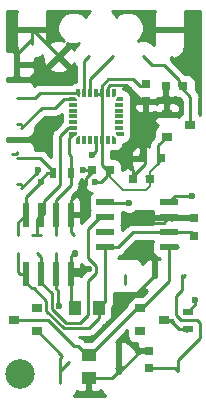
<source format=gtl>
G04 #@! TF.GenerationSoftware,KiCad,Pcbnew,(2018-02-16 revision c95340fba)-makepkg*
G04 #@! TF.CreationDate,2018-05-25T21:01:48+02:00*
G04 #@! TF.ProjectId,LIN_USB_CONVERTER,4C494E5F5553425F434F4E5645525445,rev?*
G04 #@! TF.SameCoordinates,PX85b9e30PY4aad300*
G04 #@! TF.FileFunction,Copper,L1,Top,Signal*
G04 #@! TF.FilePolarity,Positive*
%FSLAX46Y46*%
G04 Gerber Fmt 4.6, Leading zero omitted, Abs format (unit mm)*
G04 Created by KiCad (PCBNEW (2018-02-16 revision c95340fba)-makepkg) date 05/25/18 21:01:48*
%MOMM*%
%LPD*%
G01*
G04 APERTURE LIST*
%ADD10R,1.250000X1.000000*%
%ADD11R,0.508000X2.000000*%
%ADD12R,0.500000X0.900000*%
%ADD13R,0.900000X0.800000*%
%ADD14R,0.700000X0.300000*%
%ADD15R,0.300000X0.700000*%
%ADD16C,0.212000*%
%ADD17C,0.100000*%
%ADD18R,0.150000X0.150000*%
%ADD19R,0.500000X0.300000*%
%ADD20R,0.300000X0.500000*%
%ADD21C,2.500000*%
%ADD22R,0.750000X0.800000*%
%ADD23R,0.900000X0.500000*%
%ADD24R,1.000000X1.250000*%
%ADD25R,1.550000X0.600000*%
%ADD26R,0.800000X0.750000*%
%ADD27C,0.600000*%
%ADD28C,0.250000*%
%ADD29C,0.200000*%
%ADD30C,0.254000*%
G04 APERTURE END LIST*
D10*
X7620000Y-29835600D03*
X7620000Y-31835600D03*
D11*
X2311400Y-17972400D03*
X3581400Y-17972400D03*
X4851400Y-17972400D03*
X6121400Y-17972400D03*
X6121400Y-22972400D03*
X4851400Y-22972400D03*
X3581400Y-22972400D03*
X2311400Y-22972400D03*
D12*
X6084000Y-14478000D03*
X4584000Y-14478000D03*
D13*
X14240000Y-9464000D03*
X14240000Y-11364000D03*
X16240000Y-10414000D03*
D14*
X6310000Y-8660000D03*
D15*
X7260000Y-7710000D03*
X9260000Y-7710000D03*
D14*
X10210000Y-8660000D03*
X6310000Y-10660000D03*
X10210000Y-10160000D03*
D15*
X8760000Y-11610000D03*
X7760000Y-11610000D03*
D16*
X9762920Y-7857080D03*
D17*
G36*
X9912827Y-7857080D02*
X9762920Y-8006987D01*
X9613013Y-7857080D01*
X9762920Y-7707173D01*
X9912827Y-7857080D01*
X9912827Y-7857080D01*
G37*
D16*
X9768000Y-11462920D03*
D17*
G36*
X9917907Y-11462920D02*
X9768000Y-11612827D01*
X9618093Y-11462920D01*
X9768000Y-11313013D01*
X9917907Y-11462920D01*
X9917907Y-11462920D01*
G37*
D16*
X6752000Y-7862160D03*
D17*
G36*
X6901907Y-7862160D02*
X6752000Y-8012067D01*
X6602093Y-7862160D01*
X6752000Y-7712253D01*
X6901907Y-7862160D01*
X6901907Y-7862160D01*
G37*
D16*
X6751240Y-11458320D03*
D17*
G36*
X6901147Y-11458320D02*
X6751240Y-11608227D01*
X6601333Y-11458320D01*
X6751240Y-11308413D01*
X6901147Y-11458320D01*
X6901147Y-11458320D01*
G37*
D16*
X10062920Y-8157080D03*
D17*
G36*
X10212827Y-8157080D02*
X10062920Y-8306987D01*
X9913013Y-8157080D01*
X10062920Y-8007173D01*
X10212827Y-8157080D01*
X10212827Y-8157080D01*
G37*
D16*
X10068000Y-11168000D03*
D17*
G36*
X10217907Y-11168000D02*
X10068000Y-11317907D01*
X9918093Y-11168000D01*
X10068000Y-11018093D01*
X10217907Y-11168000D01*
X10217907Y-11168000D01*
G37*
D16*
X6462160Y-8157080D03*
D17*
G36*
X6612067Y-8157080D02*
X6462160Y-8306987D01*
X6312253Y-8157080D01*
X6462160Y-8007173D01*
X6612067Y-8157080D01*
X6612067Y-8157080D01*
G37*
D16*
X6451520Y-11163680D03*
D17*
G36*
X6601427Y-11163680D02*
X6451520Y-11313587D01*
X6301613Y-11163680D01*
X6451520Y-11013773D01*
X6601427Y-11163680D01*
X6601427Y-11163680D01*
G37*
D18*
X6527720Y-11087920D03*
X6537160Y-8232080D03*
X6827000Y-7937160D03*
X9687920Y-7932080D03*
X9987920Y-8232080D03*
X9993000Y-11093000D03*
X9693000Y-11387920D03*
X6827440Y-11382120D03*
D19*
X6202600Y-11163680D03*
D14*
X6310000Y-10160000D03*
X6310000Y-9660000D03*
X6310000Y-9160000D03*
D19*
X6212760Y-8157080D03*
D20*
X6751240Y-7607680D03*
D15*
X7760000Y-7710000D03*
X8260000Y-7710000D03*
X8760000Y-7710000D03*
D20*
X9763680Y-7607680D03*
D19*
X10312320Y-8156320D03*
D14*
X10210000Y-9160000D03*
X10210000Y-9660000D03*
X10210000Y-10660000D03*
D19*
X10317400Y-11168760D03*
D20*
X9768000Y-11712320D03*
D15*
X9260000Y-11610000D03*
X8260000Y-11610000D03*
X7260000Y-11610000D03*
D20*
X6752000Y-11709040D03*
D21*
X1778000Y-31496000D03*
D22*
X12700000Y-29476000D03*
X12700000Y-30976000D03*
D23*
X16002000Y-26174000D03*
X16002000Y-27674000D03*
D13*
X3270000Y-27808000D03*
X3270000Y-25908000D03*
X1270000Y-26858000D03*
X11970000Y-25908000D03*
X11970000Y-27808000D03*
X13970000Y-26858000D03*
D24*
X8467600Y-25857200D03*
X6467600Y-25857200D03*
D25*
X9034800Y-20751800D03*
X9034800Y-19481800D03*
X9034800Y-18211800D03*
X9034800Y-16941800D03*
X14434800Y-16941800D03*
X14434800Y-18211800D03*
X14434800Y-19481800D03*
X14434800Y-20751800D03*
D22*
X16501200Y-18249200D03*
X16501200Y-19749200D03*
D26*
X12831600Y-14986000D03*
X11331600Y-14986000D03*
X15634400Y-7112000D03*
X14134400Y-7112000D03*
X12204000Y-13208000D03*
X13704000Y-13208000D03*
D22*
X12446000Y-8370000D03*
X12446000Y-6870000D03*
D26*
X7886000Y-14224000D03*
X9386000Y-14224000D03*
D27*
X11938000Y-10414000D03*
X3810000Y-10160000D03*
X7112000Y-14224000D03*
X10820400Y-13309600D03*
X3556000Y-15240000D03*
X8128000Y-15240000D03*
X7874000Y-12954000D03*
X3302000Y-14224000D03*
X7620000Y-22606000D03*
X7518400Y-28549600D03*
X12090400Y-18643600D03*
X16357600Y-16408400D03*
X16611600Y-25196800D03*
X11023600Y-16967200D03*
X5135647Y-25699953D03*
D28*
X6121400Y-16722400D02*
X7366000Y-15477800D01*
X6121400Y-17972400D02*
X6121400Y-16722400D01*
X7366000Y-15477800D02*
X7366000Y-14894000D01*
X6121400Y-17972400D02*
X6121400Y-19431000D01*
X6121400Y-19431000D02*
X6400800Y-19710400D01*
X12446000Y-10414000D02*
X11938000Y-10414000D01*
X13396000Y-9464000D02*
X12446000Y-10414000D01*
X14240000Y-9464000D02*
X13396000Y-9464000D01*
X12446000Y-8170000D02*
X11946000Y-8170000D01*
X11946000Y-8170000D02*
X10761000Y-6985000D01*
X9449998Y-6985000D02*
X9260000Y-7174998D01*
X10761000Y-6985000D02*
X9449998Y-6985000D01*
X9260000Y-7174998D02*
X9260000Y-7235000D01*
X9260000Y-7235000D02*
X9260000Y-7760000D01*
X8086000Y-14224000D02*
X7112000Y-14224000D01*
X11388000Y-14732000D02*
X11388000Y-14232000D01*
X11388000Y-14232000D02*
X10922000Y-13766000D01*
X8086000Y-14224000D02*
X8036000Y-14224000D01*
X8036000Y-14224000D02*
X7366000Y-14894000D01*
X11338000Y-14732000D02*
X11388000Y-14732000D01*
X12404000Y-13208000D02*
X12404000Y-13716000D01*
X12404000Y-13716000D02*
X11388000Y-14732000D01*
X14240000Y-9464000D02*
X13540000Y-9464000D01*
X13540000Y-9464000D02*
X12404000Y-10600000D01*
X12404000Y-10600000D02*
X12404000Y-12708000D01*
X12404000Y-12708000D02*
X12404000Y-13208000D01*
X2794000Y-2286000D02*
X2794000Y-3486000D01*
X2794000Y-3130400D02*
X1524000Y-4400400D01*
X1524000Y-4400400D02*
X1524000Y-4482400D01*
X1524000Y-4482400D02*
X1524000Y-5232400D01*
X5080860Y-4574120D02*
X2794000Y-2287260D01*
X2794000Y-2287260D02*
X2794000Y-2286000D01*
D29*
X12831600Y-14337600D02*
X13758000Y-13411200D01*
X12831600Y-14986000D02*
X12831600Y-14337600D01*
X13758000Y-13411200D02*
X13758000Y-13262000D01*
X13758000Y-13262000D02*
X13704000Y-13208000D01*
X10487400Y-15900400D02*
X9386000Y-14799000D01*
X12492200Y-15900400D02*
X10487400Y-15900400D01*
X9386000Y-14799000D02*
X9386000Y-14224000D01*
X12831600Y-14986000D02*
X12831600Y-15561000D01*
X12831600Y-15561000D02*
X12492200Y-15900400D01*
X13504000Y-13716000D02*
X13504000Y-13408000D01*
X13504000Y-13408000D02*
X13704000Y-13208000D01*
D28*
X12488000Y-14732000D02*
X12548002Y-14732000D01*
X14240000Y-11364000D02*
X13504000Y-12100000D01*
X13504000Y-12100000D02*
X13504000Y-13716000D01*
X9624798Y-14224000D02*
X9186000Y-14224000D01*
X1676400Y-19722400D02*
X1676400Y-18607400D01*
X1676400Y-18607400D02*
X2311400Y-17972400D01*
X2311400Y-17972400D02*
X2311400Y-16484600D01*
X2311400Y-16484600D02*
X3556000Y-15240000D01*
X8636000Y-15240000D02*
X8128000Y-15240000D01*
X1524000Y-13208000D02*
X3514000Y-13208000D01*
X3514000Y-13208000D02*
X4584000Y-14278000D01*
X4584000Y-14278000D02*
X4584000Y-14478000D01*
X4584000Y-14478000D02*
X4084000Y-14478000D01*
X4084000Y-14478000D02*
X3556000Y-15006000D01*
X1524000Y-12664400D02*
X1524000Y-12852400D01*
X9186000Y-14224000D02*
X9186000Y-14690000D01*
X9186000Y-14690000D02*
X8636000Y-15240000D01*
X8760000Y-11560000D02*
X8760000Y-11035000D01*
X8760000Y-11035000D02*
X8760000Y-7760000D01*
X11396000Y-6520000D02*
X11946000Y-7070000D01*
X9278587Y-6520000D02*
X11396000Y-6520000D01*
X8760000Y-7760000D02*
X8760000Y-7038587D01*
X11946000Y-7070000D02*
X12446000Y-7070000D01*
X8760000Y-7038587D02*
X9278587Y-6520000D01*
X8260000Y-7760000D02*
X8760000Y-7760000D01*
X8760000Y-11560000D02*
X8760000Y-13798000D01*
X8760000Y-13798000D02*
X9186000Y-14224000D01*
X1524000Y-12852400D02*
X1124000Y-12852400D01*
X1524000Y-10312400D02*
X1924000Y-10312400D01*
X1924000Y-10668000D02*
X3638999Y-8953001D01*
X3638999Y-8953001D02*
X4762999Y-8953001D01*
X4762999Y-8953001D02*
X5556000Y-8160000D01*
X5556000Y-8160000D02*
X6260000Y-8160000D01*
D29*
X6751240Y-7607680D02*
X6751240Y-7861400D01*
X6751240Y-7861400D02*
X6752000Y-7862160D01*
D28*
X6751240Y-7607680D02*
X6751240Y-7710558D01*
X1524000Y-8128000D02*
X3048000Y-8128000D01*
X3048000Y-8128000D02*
X3516000Y-7660000D01*
X3516000Y-7660000D02*
X6760000Y-7660000D01*
X5209010Y-11285990D02*
X5835000Y-10660000D01*
X3581400Y-17226400D02*
X3810000Y-16997800D01*
X5209010Y-15432490D02*
X5209010Y-11285990D01*
X3810000Y-16831500D02*
X5209010Y-15432490D01*
X3810000Y-16997800D02*
X3810000Y-16831500D01*
X3581400Y-17972400D02*
X3581400Y-17226400D01*
X5835000Y-10660000D02*
X6360000Y-10660000D01*
X3251200Y-19722400D02*
X3251200Y-18302600D01*
X3251200Y-18302600D02*
X3581400Y-17972400D01*
X2844800Y-19722400D02*
X3544800Y-19722400D01*
X3860800Y-17932400D02*
X3860800Y-17043400D01*
X3860800Y-17043400D02*
X3860800Y-17360900D01*
D29*
X6202600Y-11163680D02*
X6451960Y-11163680D01*
X6451960Y-11163680D02*
X6505639Y-11110001D01*
D28*
X4851400Y-16722400D02*
X6084000Y-15489800D01*
X4851400Y-17972400D02*
X4851400Y-16722400D01*
X6084000Y-15489800D02*
X6084000Y-15178000D01*
X6084000Y-15178000D02*
X6084000Y-14478000D01*
X4876800Y-19722400D02*
X4876800Y-17997800D01*
X4876800Y-17997800D02*
X4851400Y-17972400D01*
X6202600Y-11163680D02*
X6427439Y-11163680D01*
X4876800Y-19583400D02*
X4876800Y-19722400D01*
X6202600Y-11163680D02*
X6436338Y-11163680D01*
X6084000Y-14478000D02*
X6084000Y-12966000D01*
X6084000Y-12966000D02*
X5969000Y-12851000D01*
X5969000Y-12851000D02*
X5969000Y-11451000D01*
X5969000Y-11451000D02*
X6260000Y-11160000D01*
X6096000Y-14490000D02*
X6084000Y-14478000D01*
X7874000Y-12954000D02*
X8260000Y-12568000D01*
X8260000Y-12568000D02*
X8260000Y-11560000D01*
X3302000Y-14370000D02*
X3302000Y-14224000D01*
X1924000Y-15748000D02*
X3302000Y-14370000D01*
X1524000Y-15392400D02*
X1924000Y-15392400D01*
X8260000Y-11560000D02*
X8260000Y-12085000D01*
X12192860Y-4574120D02*
X12943429Y-5324689D01*
X15282000Y-7112000D02*
X15282000Y-6612000D01*
X15282000Y-6612000D02*
X13994689Y-5324689D01*
X13994689Y-5324689D02*
X12943429Y-5324689D01*
X16240000Y-10414000D02*
X16240000Y-8020000D01*
X16240000Y-8020000D02*
X15332000Y-7112000D01*
X15332000Y-7112000D02*
X15282000Y-7112000D01*
D29*
X14434800Y-18211800D02*
X16463800Y-18211800D01*
X16463800Y-18211800D02*
X16501200Y-18249200D01*
D28*
X7620000Y-22606000D02*
X6487800Y-22606000D01*
X6487800Y-22606000D02*
X6121400Y-22972400D01*
X7569200Y-28498800D02*
X7518400Y-28549600D01*
X7823200Y-28498800D02*
X7569200Y-28498800D01*
X13208000Y-23114000D02*
X7823200Y-28498800D01*
X12090400Y-18643600D02*
X14003000Y-18643600D01*
X14003000Y-18643600D02*
X14434800Y-18211800D01*
X14672200Y-18449200D02*
X14434800Y-18211800D01*
X6121400Y-22972400D02*
X6121400Y-25511000D01*
X6121400Y-25511000D02*
X6467600Y-25857200D01*
X6121400Y-22972400D02*
X6121400Y-21489800D01*
X6121400Y-21489800D02*
X6400800Y-21210400D01*
X7620000Y-31835600D02*
X9566400Y-31835600D01*
X9566400Y-31835600D02*
X10160000Y-31242000D01*
X16357600Y-16408400D02*
X14968200Y-16408400D01*
X14968200Y-16408400D02*
X14434800Y-16941800D01*
X16611600Y-25196800D02*
X16611600Y-25564400D01*
X16611600Y-25564400D02*
X16002000Y-26174000D01*
X12153002Y-25908000D02*
X14434800Y-23626202D01*
X11970000Y-25908000D02*
X12153002Y-25908000D01*
X14434800Y-23626202D02*
X14434800Y-21301800D01*
X14434800Y-21301800D02*
X14434800Y-20751800D01*
X11672600Y-25908000D02*
X7745000Y-29835600D01*
X11970000Y-25908000D02*
X11672600Y-25908000D01*
X7745000Y-29835600D02*
X7620000Y-29835600D01*
X4136975Y-26858000D02*
X6364575Y-29085600D01*
X6364575Y-29085600D02*
X6745000Y-29085600D01*
X7495000Y-29835600D02*
X7620000Y-29835600D01*
X6745000Y-29085600D02*
X7495000Y-29835600D01*
X1270000Y-26858000D02*
X4136975Y-26858000D01*
D29*
X6752000Y-11709040D02*
X6752000Y-11457560D01*
X6752000Y-11457560D02*
X6809999Y-11399561D01*
X10312320Y-8156320D02*
X10063680Y-8156320D01*
X10063680Y-8156320D02*
X10010001Y-8209999D01*
X14434800Y-19481800D02*
X16233800Y-19481800D01*
X16233800Y-19481800D02*
X16501200Y-19749200D01*
D28*
X14434800Y-19481800D02*
X16290200Y-19481800D01*
X16290200Y-19481800D02*
X16357600Y-19549200D01*
X10059800Y-20751800D02*
X11329800Y-19481800D01*
X9034800Y-20751800D02*
X10059800Y-20751800D01*
X11329800Y-19481800D02*
X13409800Y-19481800D01*
X13409800Y-19481800D02*
X14434800Y-19481800D01*
X4045001Y-26129616D02*
X4045001Y-25247999D01*
X8467600Y-26732200D02*
X7622589Y-27577211D01*
X7622589Y-27577211D02*
X5492596Y-27577211D01*
X5492596Y-27577211D02*
X4045001Y-26129616D01*
X2815400Y-24222400D02*
X2311400Y-23718400D01*
X2311400Y-23718400D02*
X2311400Y-22972400D01*
X4045001Y-25247999D02*
X3019402Y-24222400D01*
X3019402Y-24222400D02*
X2815400Y-24222400D01*
X8467600Y-25857200D02*
X8467600Y-26732200D01*
X9034800Y-20751800D02*
X9034800Y-25290000D01*
X9034800Y-25290000D02*
X8467600Y-25857200D01*
X1676400Y-22841400D02*
X1676400Y-21222400D01*
X2311400Y-22972400D02*
X1807400Y-22972400D01*
X1807400Y-22972400D02*
X1676400Y-22841400D01*
X9906000Y-30988000D02*
X10160000Y-31242000D01*
X10540000Y-30862000D02*
X10160000Y-31242000D01*
X12700000Y-29476000D02*
X12075000Y-29476000D01*
X10309000Y-31242000D02*
X10160000Y-31242000D01*
X12075000Y-29476000D02*
X10309000Y-31242000D01*
X10148000Y-31230000D02*
X10160000Y-31242000D01*
X15494000Y-23114000D02*
X15494000Y-24316081D01*
X15494000Y-24316081D02*
X15494000Y-23368000D01*
X15494000Y-23368000D02*
X15748000Y-23114000D01*
X15494000Y-24316081D02*
X14986000Y-24824081D01*
X15466998Y-26924000D02*
X16764000Y-26924000D01*
X17018000Y-27178000D02*
X17018000Y-28394000D01*
X14986000Y-24824081D02*
X14986000Y-26443002D01*
X14986000Y-26443002D02*
X15466998Y-26924000D01*
X16764000Y-26924000D02*
X17018000Y-27178000D01*
X17018000Y-28394000D02*
X15160000Y-30252000D01*
X15160000Y-30252000D02*
X15160000Y-31242000D01*
X12700000Y-30976000D02*
X14894000Y-30976000D01*
X14894000Y-30976000D02*
X15160000Y-31242000D01*
X7760000Y-7760000D02*
X7760000Y-6466980D01*
X7760000Y-6466980D02*
X9652860Y-4574120D01*
X7260000Y-7760000D02*
X7260000Y-4934980D01*
X7260000Y-4934980D02*
X7620860Y-4574120D01*
X6752000Y-11709040D02*
X6752000Y-11487921D01*
X11023600Y-16967200D02*
X9060200Y-16967200D01*
X9060200Y-16967200D02*
X9034800Y-16941800D01*
X5029200Y-25603200D02*
X5125953Y-25699953D01*
X5125953Y-25699953D02*
X5135647Y-25699953D01*
X5029200Y-24400200D02*
X5029200Y-25603200D01*
X4851400Y-22972400D02*
X4851400Y-24222400D01*
X4851400Y-24222400D02*
X5029200Y-24400200D01*
X4876800Y-21222400D02*
X4876800Y-22947000D01*
X4876800Y-22947000D02*
X4851400Y-22972400D01*
X7569200Y-26465602D02*
X6907602Y-27127200D01*
X7569200Y-19202400D02*
X7569200Y-21630198D01*
X4495012Y-25943216D02*
X4495012Y-24632012D01*
X6907602Y-27127200D02*
X5678996Y-27127200D01*
X8245001Y-22305999D02*
X8245001Y-22906001D01*
X5678996Y-27127200D02*
X4495012Y-25943216D01*
X3581400Y-23718400D02*
X3581400Y-22972400D01*
X4495012Y-24632012D02*
X3581400Y-23718400D01*
X7569200Y-21630198D02*
X8245001Y-22305999D01*
X7569200Y-23581802D02*
X7569200Y-26465602D01*
X8559800Y-18211800D02*
X7569200Y-19202400D01*
X9034800Y-18211800D02*
X8559800Y-18211800D01*
X8245001Y-22906001D02*
X7569200Y-23581802D01*
X3581400Y-22972400D02*
X3581400Y-21552600D01*
X3581400Y-21552600D02*
X3251200Y-21222400D01*
X10668000Y-23114000D02*
X10668000Y-23842998D01*
X3297000Y-27808000D02*
X5397500Y-29908500D01*
X3270000Y-27808000D02*
X3297000Y-27808000D01*
X5397500Y-29908500D02*
X5160000Y-30146000D01*
X5160000Y-30146000D02*
X5160000Y-31242000D01*
X5160000Y-31242000D02*
X5922000Y-30480000D01*
X5160000Y-32232000D02*
X5160000Y-31242000D01*
X14759000Y-20574000D02*
X14986000Y-20574000D01*
X14986000Y-20574000D02*
X15155000Y-20743000D01*
X4876800Y-21222400D02*
X4876800Y-22718400D01*
X4876800Y-21722400D02*
X4876800Y-21222400D01*
X14775002Y-27178000D02*
X15271002Y-27674000D01*
X14455002Y-26858000D02*
X14775002Y-27178000D01*
X14775002Y-27178000D02*
X14775002Y-26963002D01*
X14775002Y-26963002D02*
X14670000Y-26858000D01*
X14670000Y-26858000D02*
X13970000Y-26858000D01*
X14020000Y-26858000D02*
X14136800Y-26974800D01*
X13970000Y-26858000D02*
X14020000Y-26858000D01*
X14136800Y-26974800D02*
X14571802Y-26974800D01*
X15271002Y-27674000D02*
X15302000Y-27674000D01*
X15302000Y-27674000D02*
X16002000Y-27674000D01*
X15868000Y-27808000D02*
X16002000Y-27674000D01*
D30*
G36*
X7126302Y-15137327D02*
X7201000Y-15168268D01*
X7201000Y-15424392D01*
X7342127Y-15765103D01*
X7602897Y-16025873D01*
X7859048Y-16131974D01*
X7825399Y-16138667D01*
X7784197Y-16166197D01*
X7756667Y-16207399D01*
X7747000Y-16256000D01*
X7747000Y-16280691D01*
X7669180Y-16397157D01*
X7620517Y-16641800D01*
X7620517Y-17241800D01*
X7669180Y-17486443D01*
X7729555Y-17576800D01*
X7669180Y-17667157D01*
X7620517Y-17911800D01*
X7620517Y-18087595D01*
X7089829Y-18618284D01*
X7027039Y-18660239D01*
X7021185Y-18669000D01*
X7010400Y-18669000D01*
X7010400Y-18258150D01*
X6851650Y-18099400D01*
X6248400Y-18099400D01*
X6248400Y-18119400D01*
X5994400Y-18119400D01*
X5994400Y-18099400D01*
X5974400Y-18099400D01*
X5974400Y-17845400D01*
X5994400Y-17845400D01*
X5994400Y-17825400D01*
X6248400Y-17825400D01*
X6248400Y-17845400D01*
X6851650Y-17845400D01*
X7010400Y-17686650D01*
X7010400Y-16846090D01*
X6913727Y-16612701D01*
X6735098Y-16434073D01*
X6501709Y-16337400D01*
X6407150Y-16337400D01*
X6248402Y-16496148D01*
X6248402Y-16388886D01*
X6563377Y-16073912D01*
X6626161Y-16031961D01*
X6668112Y-15969177D01*
X6668115Y-15969174D01*
X6792368Y-15783216D01*
X6803502Y-15727242D01*
X6836000Y-15563863D01*
X6836000Y-15563859D01*
X6850731Y-15489800D01*
X6836000Y-15415741D01*
X6836000Y-15305272D01*
X6924620Y-15172643D01*
X6963941Y-14974967D01*
X7126302Y-15137327D01*
X7126302Y-15137327D01*
G37*
X7126302Y-15137327D02*
X7201000Y-15168268D01*
X7201000Y-15424392D01*
X7342127Y-15765103D01*
X7602897Y-16025873D01*
X7859048Y-16131974D01*
X7825399Y-16138667D01*
X7784197Y-16166197D01*
X7756667Y-16207399D01*
X7747000Y-16256000D01*
X7747000Y-16280691D01*
X7669180Y-16397157D01*
X7620517Y-16641800D01*
X7620517Y-17241800D01*
X7669180Y-17486443D01*
X7729555Y-17576800D01*
X7669180Y-17667157D01*
X7620517Y-17911800D01*
X7620517Y-18087595D01*
X7089829Y-18618284D01*
X7027039Y-18660239D01*
X7021185Y-18669000D01*
X7010400Y-18669000D01*
X7010400Y-18258150D01*
X6851650Y-18099400D01*
X6248400Y-18099400D01*
X6248400Y-18119400D01*
X5994400Y-18119400D01*
X5994400Y-18099400D01*
X5974400Y-18099400D01*
X5974400Y-17845400D01*
X5994400Y-17845400D01*
X5994400Y-17825400D01*
X6248400Y-17825400D01*
X6248400Y-17845400D01*
X6851650Y-17845400D01*
X7010400Y-17686650D01*
X7010400Y-16846090D01*
X6913727Y-16612701D01*
X6735098Y-16434073D01*
X6501709Y-16337400D01*
X6407150Y-16337400D01*
X6248402Y-16496148D01*
X6248402Y-16388886D01*
X6563377Y-16073912D01*
X6626161Y-16031961D01*
X6668112Y-15969177D01*
X6668115Y-15969174D01*
X6792368Y-15783216D01*
X6803502Y-15727242D01*
X6836000Y-15563863D01*
X6836000Y-15563859D01*
X6850731Y-15489800D01*
X6836000Y-15415741D01*
X6836000Y-15305272D01*
X6924620Y-15172643D01*
X6963941Y-14974967D01*
X7126302Y-15137327D01*
G36*
X11458600Y-14859000D02*
X11478600Y-14859000D01*
X11478600Y-15113000D01*
X11458600Y-15113000D01*
X11458600Y-15133000D01*
X11204600Y-15133000D01*
X11204600Y-15113000D01*
X11184600Y-15113000D01*
X11184600Y-14859000D01*
X11204600Y-14859000D01*
X11204600Y-14839000D01*
X11458600Y-14839000D01*
X11458600Y-14859000D01*
X11458600Y-14859000D01*
G37*
X11458600Y-14859000D02*
X11478600Y-14859000D01*
X11478600Y-15113000D01*
X11458600Y-15113000D01*
X11458600Y-15133000D01*
X11204600Y-15133000D01*
X11204600Y-15113000D01*
X11184600Y-15113000D01*
X11184600Y-14859000D01*
X11204600Y-14859000D01*
X11204600Y-14839000D01*
X11458600Y-14839000D01*
X11458600Y-14859000D01*
G36*
X8013000Y-14097000D02*
X8033000Y-14097000D01*
X8033000Y-14313000D01*
X7943608Y-14313000D01*
X7803583Y-14371000D01*
X7759000Y-14371000D01*
X7759000Y-14351000D01*
X7739000Y-14351000D01*
X7739000Y-14097000D01*
X7759000Y-14097000D01*
X7759000Y-14077000D01*
X8013000Y-14077000D01*
X8013000Y-14097000D01*
X8013000Y-14097000D01*
G37*
X8013000Y-14097000D02*
X8033000Y-14097000D01*
X8033000Y-14313000D01*
X7943608Y-14313000D01*
X7803583Y-14371000D01*
X7759000Y-14371000D01*
X7759000Y-14351000D01*
X7739000Y-14351000D01*
X7739000Y-14097000D01*
X7759000Y-14097000D01*
X7759000Y-14077000D01*
X8013000Y-14077000D01*
X8013000Y-14097000D01*
G36*
X14261400Y-6985000D02*
X14281400Y-6985000D01*
X14281400Y-7239000D01*
X14261400Y-7239000D01*
X14261400Y-7963250D01*
X14420150Y-8122000D01*
X14660709Y-8122000D01*
X14894098Y-8025327D01*
X14901066Y-8018359D01*
X14989757Y-8077620D01*
X15234400Y-8126283D01*
X15282795Y-8126283D01*
X15488001Y-8331489D01*
X15488000Y-9461704D01*
X15337959Y-9561959D01*
X15257550Y-9682300D01*
X15166250Y-9591000D01*
X14367000Y-9591000D01*
X14367000Y-9611000D01*
X14113000Y-9611000D01*
X14113000Y-9591000D01*
X13313750Y-9591000D01*
X13155000Y-9749750D01*
X13155000Y-9990310D01*
X13251673Y-10223699D01*
X13430302Y-10402327D01*
X13474584Y-10420669D01*
X13337959Y-10511959D01*
X13199380Y-10719357D01*
X13150717Y-10964000D01*
X13150717Y-11389796D01*
X13024629Y-11515884D01*
X12961839Y-11557839D01*
X12795632Y-11806585D01*
X12752000Y-12025938D01*
X12752000Y-12025941D01*
X12737269Y-12100000D01*
X12752000Y-12174059D01*
X12752000Y-12206985D01*
X12730309Y-12198000D01*
X12489750Y-12198000D01*
X12331000Y-12356750D01*
X12331000Y-13081000D01*
X12351000Y-13081000D01*
X12351000Y-13335000D01*
X12331000Y-13335000D01*
X12331000Y-13355000D01*
X12077000Y-13355000D01*
X12077000Y-13335000D01*
X11327750Y-13335000D01*
X11169000Y-13493750D01*
X11169000Y-13709310D01*
X11265673Y-13942699D01*
X11298974Y-13976000D01*
X11204598Y-13976000D01*
X11204598Y-14134748D01*
X11045850Y-13976000D01*
X10805291Y-13976000D01*
X10571902Y-14072673D01*
X10425283Y-14219291D01*
X10425283Y-13849000D01*
X10376620Y-13604357D01*
X10238041Y-13396959D01*
X10030643Y-13258380D01*
X9786000Y-13209717D01*
X9512000Y-13209717D01*
X9512000Y-12706690D01*
X11169000Y-12706690D01*
X11169000Y-12922250D01*
X11327750Y-13081000D01*
X12077000Y-13081000D01*
X12077000Y-12356750D01*
X11918250Y-12198000D01*
X11677691Y-12198000D01*
X11444302Y-12294673D01*
X11265673Y-12473301D01*
X11169000Y-12706690D01*
X9512000Y-12706690D01*
X9512000Y-12580518D01*
X9618000Y-12601603D01*
X9918000Y-12601603D01*
X10162643Y-12552940D01*
X10370041Y-12414361D01*
X10508620Y-12206963D01*
X10557283Y-11962320D01*
X10557283Y-11958043D01*
X10567400Y-11958043D01*
X10812043Y-11909380D01*
X11019441Y-11770801D01*
X11158020Y-11563403D01*
X11206683Y-11318760D01*
X11206683Y-11018760D01*
X11182220Y-10895779D01*
X11199283Y-10810000D01*
X11199283Y-10510000D01*
X11179392Y-10410000D01*
X11199283Y-10310000D01*
X11199283Y-10010000D01*
X11179392Y-9910000D01*
X11199283Y-9810000D01*
X11199283Y-9510000D01*
X11179392Y-9410000D01*
X11199283Y-9310000D01*
X11199283Y-9010000D01*
X11179392Y-8910000D01*
X11199283Y-8810000D01*
X11199283Y-8655750D01*
X11436000Y-8655750D01*
X11436000Y-8896309D01*
X11532673Y-9129698D01*
X11711301Y-9308327D01*
X11944690Y-9405000D01*
X12160250Y-9405000D01*
X12319000Y-9246250D01*
X12319000Y-8497000D01*
X12573000Y-8497000D01*
X12573000Y-9246250D01*
X12731750Y-9405000D01*
X12947310Y-9405000D01*
X13180699Y-9308327D01*
X13232888Y-9256138D01*
X13313750Y-9337000D01*
X14113000Y-9337000D01*
X14113000Y-8587750D01*
X14367000Y-8587750D01*
X14367000Y-9337000D01*
X15166250Y-9337000D01*
X15325000Y-9178250D01*
X15325000Y-8937690D01*
X15228327Y-8704301D01*
X15049698Y-8525673D01*
X14816309Y-8429000D01*
X14525750Y-8429000D01*
X14367000Y-8587750D01*
X14113000Y-8587750D01*
X13954250Y-8429000D01*
X13663691Y-8429000D01*
X13430302Y-8525673D01*
X13378112Y-8577862D01*
X13297250Y-8497000D01*
X12573000Y-8497000D01*
X12319000Y-8497000D01*
X11594750Y-8497000D01*
X11436000Y-8655750D01*
X11199283Y-8655750D01*
X11199283Y-8510000D01*
X11180186Y-8413992D01*
X11201603Y-8306320D01*
X11201603Y-8006320D01*
X11152940Y-7761677D01*
X11014361Y-7554279D01*
X10806963Y-7415700D01*
X10562320Y-7367037D01*
X10552963Y-7367037D01*
X10552963Y-7357680D01*
X10535920Y-7272000D01*
X11084512Y-7272000D01*
X11361887Y-7549376D01*
X11403839Y-7612161D01*
X11466623Y-7654112D01*
X11466625Y-7654114D01*
X11504142Y-7679182D01*
X11436000Y-7843691D01*
X11436000Y-8084250D01*
X11594750Y-8243000D01*
X12319000Y-8243000D01*
X12319000Y-8223000D01*
X12573000Y-8223000D01*
X12573000Y-8243000D01*
X13297250Y-8243000D01*
X13456000Y-8084250D01*
X13456000Y-8059002D01*
X13608091Y-8122000D01*
X13848650Y-8122000D01*
X14007400Y-7963250D01*
X14007400Y-7239000D01*
X13987400Y-7239000D01*
X13987400Y-6985000D01*
X14007400Y-6985000D01*
X14007400Y-6965000D01*
X14261400Y-6965000D01*
X14261400Y-6985000D01*
X14261400Y-6985000D01*
G37*
X14261400Y-6985000D02*
X14281400Y-6985000D01*
X14281400Y-7239000D01*
X14261400Y-7239000D01*
X14261400Y-7963250D01*
X14420150Y-8122000D01*
X14660709Y-8122000D01*
X14894098Y-8025327D01*
X14901066Y-8018359D01*
X14989757Y-8077620D01*
X15234400Y-8126283D01*
X15282795Y-8126283D01*
X15488001Y-8331489D01*
X15488000Y-9461704D01*
X15337959Y-9561959D01*
X15257550Y-9682300D01*
X15166250Y-9591000D01*
X14367000Y-9591000D01*
X14367000Y-9611000D01*
X14113000Y-9611000D01*
X14113000Y-9591000D01*
X13313750Y-9591000D01*
X13155000Y-9749750D01*
X13155000Y-9990310D01*
X13251673Y-10223699D01*
X13430302Y-10402327D01*
X13474584Y-10420669D01*
X13337959Y-10511959D01*
X13199380Y-10719357D01*
X13150717Y-10964000D01*
X13150717Y-11389796D01*
X13024629Y-11515884D01*
X12961839Y-11557839D01*
X12795632Y-11806585D01*
X12752000Y-12025938D01*
X12752000Y-12025941D01*
X12737269Y-12100000D01*
X12752000Y-12174059D01*
X12752000Y-12206985D01*
X12730309Y-12198000D01*
X12489750Y-12198000D01*
X12331000Y-12356750D01*
X12331000Y-13081000D01*
X12351000Y-13081000D01*
X12351000Y-13335000D01*
X12331000Y-13335000D01*
X12331000Y-13355000D01*
X12077000Y-13355000D01*
X12077000Y-13335000D01*
X11327750Y-13335000D01*
X11169000Y-13493750D01*
X11169000Y-13709310D01*
X11265673Y-13942699D01*
X11298974Y-13976000D01*
X11204598Y-13976000D01*
X11204598Y-14134748D01*
X11045850Y-13976000D01*
X10805291Y-13976000D01*
X10571902Y-14072673D01*
X10425283Y-14219291D01*
X10425283Y-13849000D01*
X10376620Y-13604357D01*
X10238041Y-13396959D01*
X10030643Y-13258380D01*
X9786000Y-13209717D01*
X9512000Y-13209717D01*
X9512000Y-12706690D01*
X11169000Y-12706690D01*
X11169000Y-12922250D01*
X11327750Y-13081000D01*
X12077000Y-13081000D01*
X12077000Y-12356750D01*
X11918250Y-12198000D01*
X11677691Y-12198000D01*
X11444302Y-12294673D01*
X11265673Y-12473301D01*
X11169000Y-12706690D01*
X9512000Y-12706690D01*
X9512000Y-12580518D01*
X9618000Y-12601603D01*
X9918000Y-12601603D01*
X10162643Y-12552940D01*
X10370041Y-12414361D01*
X10508620Y-12206963D01*
X10557283Y-11962320D01*
X10557283Y-11958043D01*
X10567400Y-11958043D01*
X10812043Y-11909380D01*
X11019441Y-11770801D01*
X11158020Y-11563403D01*
X11206683Y-11318760D01*
X11206683Y-11018760D01*
X11182220Y-10895779D01*
X11199283Y-10810000D01*
X11199283Y-10510000D01*
X11179392Y-10410000D01*
X11199283Y-10310000D01*
X11199283Y-10010000D01*
X11179392Y-9910000D01*
X11199283Y-9810000D01*
X11199283Y-9510000D01*
X11179392Y-9410000D01*
X11199283Y-9310000D01*
X11199283Y-9010000D01*
X11179392Y-8910000D01*
X11199283Y-8810000D01*
X11199283Y-8655750D01*
X11436000Y-8655750D01*
X11436000Y-8896309D01*
X11532673Y-9129698D01*
X11711301Y-9308327D01*
X11944690Y-9405000D01*
X12160250Y-9405000D01*
X12319000Y-9246250D01*
X12319000Y-8497000D01*
X12573000Y-8497000D01*
X12573000Y-9246250D01*
X12731750Y-9405000D01*
X12947310Y-9405000D01*
X13180699Y-9308327D01*
X13232888Y-9256138D01*
X13313750Y-9337000D01*
X14113000Y-9337000D01*
X14113000Y-8587750D01*
X14367000Y-8587750D01*
X14367000Y-9337000D01*
X15166250Y-9337000D01*
X15325000Y-9178250D01*
X15325000Y-8937690D01*
X15228327Y-8704301D01*
X15049698Y-8525673D01*
X14816309Y-8429000D01*
X14525750Y-8429000D01*
X14367000Y-8587750D01*
X14113000Y-8587750D01*
X13954250Y-8429000D01*
X13663691Y-8429000D01*
X13430302Y-8525673D01*
X13378112Y-8577862D01*
X13297250Y-8497000D01*
X12573000Y-8497000D01*
X12319000Y-8497000D01*
X11594750Y-8497000D01*
X11436000Y-8655750D01*
X11199283Y-8655750D01*
X11199283Y-8510000D01*
X11180186Y-8413992D01*
X11201603Y-8306320D01*
X11201603Y-8006320D01*
X11152940Y-7761677D01*
X11014361Y-7554279D01*
X10806963Y-7415700D01*
X10562320Y-7367037D01*
X10552963Y-7367037D01*
X10552963Y-7357680D01*
X10535920Y-7272000D01*
X11084512Y-7272000D01*
X11361887Y-7549376D01*
X11403839Y-7612161D01*
X11466623Y-7654112D01*
X11466625Y-7654114D01*
X11504142Y-7679182D01*
X11436000Y-7843691D01*
X11436000Y-8084250D01*
X11594750Y-8243000D01*
X12319000Y-8243000D01*
X12319000Y-8223000D01*
X12573000Y-8223000D01*
X12573000Y-8243000D01*
X13297250Y-8243000D01*
X13456000Y-8084250D01*
X13456000Y-8059002D01*
X13608091Y-8122000D01*
X13848650Y-8122000D01*
X14007400Y-7963250D01*
X14007400Y-7239000D01*
X13987400Y-7239000D01*
X13987400Y-6985000D01*
X14007400Y-6985000D01*
X14007400Y-6965000D01*
X14261400Y-6965000D01*
X14261400Y-6985000D01*
G36*
X5320717Y-9510000D02*
X5320717Y-9810000D01*
X5340608Y-9910000D01*
X5320717Y-10010000D01*
X5320717Y-10099211D01*
X5292839Y-10117839D01*
X5250887Y-10180624D01*
X4729637Y-10701876D01*
X4666850Y-10743829D01*
X4624897Y-10806616D01*
X4624896Y-10806617D01*
X4500642Y-10992575D01*
X4442279Y-11285990D01*
X4457011Y-11360054D01*
X4457011Y-13087523D01*
X4098116Y-12728629D01*
X4056161Y-12665839D01*
X3807416Y-12499632D01*
X3588063Y-12456000D01*
X3588059Y-12456000D01*
X3514000Y-12441269D01*
X3439941Y-12456000D01*
X3063283Y-12456000D01*
X3063283Y-12352400D01*
X3014620Y-12107757D01*
X2876041Y-11900359D01*
X2668643Y-11761780D01*
X2424000Y-11713117D01*
X727000Y-11713117D01*
X727000Y-11451683D01*
X2424000Y-11451683D01*
X2668643Y-11403020D01*
X2876041Y-11264441D01*
X3014620Y-11057043D01*
X3063283Y-10812400D01*
X3063283Y-10592204D01*
X3950487Y-9705001D01*
X4688940Y-9705001D01*
X4762999Y-9719732D01*
X4837058Y-9705001D01*
X4837062Y-9705001D01*
X5056415Y-9661369D01*
X5305160Y-9495162D01*
X5331514Y-9455721D01*
X5320717Y-9510000D01*
X5320717Y-9510000D01*
G37*
X5320717Y-9510000D02*
X5320717Y-9810000D01*
X5340608Y-9910000D01*
X5320717Y-10010000D01*
X5320717Y-10099211D01*
X5292839Y-10117839D01*
X5250887Y-10180624D01*
X4729637Y-10701876D01*
X4666850Y-10743829D01*
X4624897Y-10806616D01*
X4624896Y-10806617D01*
X4500642Y-10992575D01*
X4442279Y-11285990D01*
X4457011Y-11360054D01*
X4457011Y-13087523D01*
X4098116Y-12728629D01*
X4056161Y-12665839D01*
X3807416Y-12499632D01*
X3588063Y-12456000D01*
X3588059Y-12456000D01*
X3514000Y-12441269D01*
X3439941Y-12456000D01*
X3063283Y-12456000D01*
X3063283Y-12352400D01*
X3014620Y-12107757D01*
X2876041Y-11900359D01*
X2668643Y-11761780D01*
X2424000Y-11713117D01*
X727000Y-11713117D01*
X727000Y-11451683D01*
X2424000Y-11451683D01*
X2668643Y-11403020D01*
X2876041Y-11264441D01*
X3014620Y-11057043D01*
X3063283Y-10812400D01*
X3063283Y-10592204D01*
X3950487Y-9705001D01*
X4688940Y-9705001D01*
X4762999Y-9719732D01*
X4837058Y-9705001D01*
X4837062Y-9705001D01*
X5056415Y-9661369D01*
X5305160Y-9495162D01*
X5331514Y-9455721D01*
X5320717Y-9510000D01*
G36*
X13143000Y-959000D02*
X13143000Y-2159000D01*
X14351000Y-2159000D01*
X14351000Y-2139000D01*
X14605000Y-2139000D01*
X14605000Y-2159000D01*
X15813000Y-2159000D01*
X15813000Y-959000D01*
X15743466Y-727000D01*
X17053000Y-727000D01*
X17053000Y-9502464D01*
X16992000Y-9461705D01*
X16992000Y-8094059D01*
X17006731Y-8020000D01*
X16992000Y-7945941D01*
X16992000Y-7945937D01*
X16948368Y-7726584D01*
X16782161Y-7477839D01*
X16719373Y-7435885D01*
X16673683Y-7390195D01*
X16673683Y-6737000D01*
X16625020Y-6492357D01*
X16486441Y-6284959D01*
X16279043Y-6146380D01*
X16034400Y-6097717D01*
X15842789Y-6097717D01*
X15824161Y-6069839D01*
X15761373Y-6027885D01*
X14578805Y-4845318D01*
X14562556Y-4821000D01*
X14605002Y-4821000D01*
X14605002Y-4655375D01*
X14811329Y-4778716D01*
X14871550Y-4767980D01*
X15332185Y-4519790D01*
X15662778Y-4114215D01*
X15813000Y-3613000D01*
X15813000Y-2413000D01*
X14605000Y-2413000D01*
X14605000Y-2433000D01*
X14351000Y-2433000D01*
X14351000Y-2413000D01*
X13143000Y-2413000D01*
X13143000Y-3576082D01*
X12973191Y-3406273D01*
X12466876Y-3196550D01*
X11918844Y-3196550D01*
X11770288Y-3258084D01*
X12089364Y-2939008D01*
X12299000Y-2432902D01*
X12299000Y-1885098D01*
X12089364Y-1378992D01*
X11702008Y-991636D01*
X11195902Y-782000D01*
X10648098Y-782000D01*
X10141992Y-991636D01*
X9915992Y-1217636D01*
X9820320Y-986663D01*
X9560657Y-727000D01*
X13212534Y-727000D01*
X13143000Y-959000D01*
X13143000Y-959000D01*
G37*
X13143000Y-959000D02*
X13143000Y-2159000D01*
X14351000Y-2159000D01*
X14351000Y-2139000D01*
X14605000Y-2139000D01*
X14605000Y-2159000D01*
X15813000Y-2159000D01*
X15813000Y-959000D01*
X15743466Y-727000D01*
X17053000Y-727000D01*
X17053000Y-9502464D01*
X16992000Y-9461705D01*
X16992000Y-8094059D01*
X17006731Y-8020000D01*
X16992000Y-7945941D01*
X16992000Y-7945937D01*
X16948368Y-7726584D01*
X16782161Y-7477839D01*
X16719373Y-7435885D01*
X16673683Y-7390195D01*
X16673683Y-6737000D01*
X16625020Y-6492357D01*
X16486441Y-6284959D01*
X16279043Y-6146380D01*
X16034400Y-6097717D01*
X15842789Y-6097717D01*
X15824161Y-6069839D01*
X15761373Y-6027885D01*
X14578805Y-4845318D01*
X14562556Y-4821000D01*
X14605002Y-4821000D01*
X14605002Y-4655375D01*
X14811329Y-4778716D01*
X14871550Y-4767980D01*
X15332185Y-4519790D01*
X15662778Y-4114215D01*
X15813000Y-3613000D01*
X15813000Y-2413000D01*
X14605000Y-2413000D01*
X14605000Y-2433000D01*
X14351000Y-2433000D01*
X14351000Y-2413000D01*
X13143000Y-2413000D01*
X13143000Y-3576082D01*
X12973191Y-3406273D01*
X12466876Y-3196550D01*
X11918844Y-3196550D01*
X11770288Y-3258084D01*
X12089364Y-2939008D01*
X12299000Y-2432902D01*
X12299000Y-1885098D01*
X12089364Y-1378992D01*
X11702008Y-991636D01*
X11195902Y-782000D01*
X10648098Y-782000D01*
X10141992Y-991636D01*
X9915992Y-1217636D01*
X9820320Y-986663D01*
X9560657Y-727000D01*
X13212534Y-727000D01*
X13143000Y-959000D01*
G36*
X1459000Y-959000D02*
X1459000Y-2159000D01*
X2667000Y-2159000D01*
X2667000Y-2139000D01*
X2921000Y-2139000D01*
X2921000Y-2159000D01*
X4129000Y-2159000D01*
X4129000Y-959000D01*
X4059466Y-727000D01*
X7711343Y-727000D01*
X7451680Y-986663D01*
X7356008Y-1217636D01*
X7130008Y-991636D01*
X6623902Y-782000D01*
X6076098Y-782000D01*
X5569992Y-991636D01*
X5182636Y-1378992D01*
X4973000Y-1885098D01*
X4973000Y-2432902D01*
X5182636Y-2939008D01*
X5494120Y-3250492D01*
X5285826Y-3176353D01*
X4735322Y-3204315D01*
X4356595Y-3361189D01*
X4288536Y-3602188D01*
X4173483Y-3487135D01*
X4129000Y-3531618D01*
X4129000Y-2413000D01*
X2921000Y-2413000D01*
X2921000Y-2433000D01*
X2667000Y-2433000D01*
X2667000Y-2413000D01*
X1459000Y-2413000D01*
X1459000Y-3613000D01*
X1609222Y-4114215D01*
X1691723Y-4215427D01*
X1651000Y-4256150D01*
X1651000Y-5105400D01*
X2900250Y-5105400D01*
X3059000Y-4946650D01*
X3059000Y-4737869D01*
X3127329Y-4778716D01*
X3187550Y-4767980D01*
X3648185Y-4519790D01*
X3688248Y-4470640D01*
X3711055Y-4919658D01*
X3867929Y-5298385D01*
X4108930Y-5366445D01*
X4901255Y-4574120D01*
X4887113Y-4559978D01*
X5066718Y-4380373D01*
X5080860Y-4394515D01*
X5873185Y-3602190D01*
X5825136Y-3432048D01*
X6076098Y-3536000D01*
X6623902Y-3536000D01*
X6772250Y-3474552D01*
X6453013Y-3793789D01*
X6361790Y-4014020D01*
X6293791Y-3849855D01*
X6052790Y-3781795D01*
X5260465Y-4574120D01*
X6052790Y-5366445D01*
X6293791Y-5298385D01*
X6356644Y-5121797D01*
X6453013Y-5354451D01*
X6508001Y-5409439D01*
X6508000Y-6736944D01*
X6356597Y-6767060D01*
X6149199Y-6905639D01*
X6147621Y-6908000D01*
X3590059Y-6908000D01*
X3516000Y-6893269D01*
X3441941Y-6908000D01*
X3441937Y-6908000D01*
X3222584Y-6951632D01*
X3025652Y-7083218D01*
X3014620Y-7027757D01*
X2876041Y-6820359D01*
X2668643Y-6681780D01*
X2424000Y-6633117D01*
X727000Y-6633117D01*
X727000Y-6367400D01*
X1238250Y-6367400D01*
X1397000Y-6208650D01*
X1397000Y-5359400D01*
X1651000Y-5359400D01*
X1651000Y-6208650D01*
X1809750Y-6367400D01*
X2550310Y-6367400D01*
X2783699Y-6270727D01*
X2962327Y-6092098D01*
X3059000Y-5858709D01*
X3059000Y-5546050D01*
X4288535Y-5546050D01*
X4356595Y-5787051D01*
X4875894Y-5971887D01*
X5426398Y-5943925D01*
X5805125Y-5787051D01*
X5873185Y-5546050D01*
X5080860Y-4753725D01*
X4288535Y-5546050D01*
X3059000Y-5546050D01*
X3059000Y-5518150D01*
X2900250Y-5359400D01*
X1651000Y-5359400D01*
X1397000Y-5359400D01*
X1377000Y-5359400D01*
X1377000Y-5105400D01*
X1397000Y-5105400D01*
X1397000Y-4256150D01*
X1238250Y-4097400D01*
X727000Y-4097400D01*
X727000Y-727000D01*
X1528534Y-727000D01*
X1459000Y-959000D01*
X1459000Y-959000D01*
G37*
X1459000Y-959000D02*
X1459000Y-2159000D01*
X2667000Y-2159000D01*
X2667000Y-2139000D01*
X2921000Y-2139000D01*
X2921000Y-2159000D01*
X4129000Y-2159000D01*
X4129000Y-959000D01*
X4059466Y-727000D01*
X7711343Y-727000D01*
X7451680Y-986663D01*
X7356008Y-1217636D01*
X7130008Y-991636D01*
X6623902Y-782000D01*
X6076098Y-782000D01*
X5569992Y-991636D01*
X5182636Y-1378992D01*
X4973000Y-1885098D01*
X4973000Y-2432902D01*
X5182636Y-2939008D01*
X5494120Y-3250492D01*
X5285826Y-3176353D01*
X4735322Y-3204315D01*
X4356595Y-3361189D01*
X4288536Y-3602188D01*
X4173483Y-3487135D01*
X4129000Y-3531618D01*
X4129000Y-2413000D01*
X2921000Y-2413000D01*
X2921000Y-2433000D01*
X2667000Y-2433000D01*
X2667000Y-2413000D01*
X1459000Y-2413000D01*
X1459000Y-3613000D01*
X1609222Y-4114215D01*
X1691723Y-4215427D01*
X1651000Y-4256150D01*
X1651000Y-5105400D01*
X2900250Y-5105400D01*
X3059000Y-4946650D01*
X3059000Y-4737869D01*
X3127329Y-4778716D01*
X3187550Y-4767980D01*
X3648185Y-4519790D01*
X3688248Y-4470640D01*
X3711055Y-4919658D01*
X3867929Y-5298385D01*
X4108930Y-5366445D01*
X4901255Y-4574120D01*
X4887113Y-4559978D01*
X5066718Y-4380373D01*
X5080860Y-4394515D01*
X5873185Y-3602190D01*
X5825136Y-3432048D01*
X6076098Y-3536000D01*
X6623902Y-3536000D01*
X6772250Y-3474552D01*
X6453013Y-3793789D01*
X6361790Y-4014020D01*
X6293791Y-3849855D01*
X6052790Y-3781795D01*
X5260465Y-4574120D01*
X6052790Y-5366445D01*
X6293791Y-5298385D01*
X6356644Y-5121797D01*
X6453013Y-5354451D01*
X6508001Y-5409439D01*
X6508000Y-6736944D01*
X6356597Y-6767060D01*
X6149199Y-6905639D01*
X6147621Y-6908000D01*
X3590059Y-6908000D01*
X3516000Y-6893269D01*
X3441941Y-6908000D01*
X3441937Y-6908000D01*
X3222584Y-6951632D01*
X3025652Y-7083218D01*
X3014620Y-7027757D01*
X2876041Y-6820359D01*
X2668643Y-6681780D01*
X2424000Y-6633117D01*
X727000Y-6633117D01*
X727000Y-6367400D01*
X1238250Y-6367400D01*
X1397000Y-6208650D01*
X1397000Y-5359400D01*
X1651000Y-5359400D01*
X1651000Y-6208650D01*
X1809750Y-6367400D01*
X2550310Y-6367400D01*
X2783699Y-6270727D01*
X2962327Y-6092098D01*
X3059000Y-5858709D01*
X3059000Y-5546050D01*
X4288535Y-5546050D01*
X4356595Y-5787051D01*
X4875894Y-5971887D01*
X5426398Y-5943925D01*
X5805125Y-5787051D01*
X5873185Y-5546050D01*
X5080860Y-4753725D01*
X4288535Y-5546050D01*
X3059000Y-5546050D01*
X3059000Y-5518150D01*
X2900250Y-5359400D01*
X1651000Y-5359400D01*
X1397000Y-5359400D01*
X1377000Y-5359400D01*
X1377000Y-5105400D01*
X1397000Y-5105400D01*
X1397000Y-4256150D01*
X1238250Y-4097400D01*
X727000Y-4097400D01*
X727000Y-727000D01*
X1528534Y-727000D01*
X1459000Y-959000D01*
G36*
X7747000Y-31708600D02*
X7767000Y-31708600D01*
X7767000Y-31962600D01*
X7747000Y-31962600D01*
X7747000Y-32811850D01*
X7905750Y-32970600D01*
X8371310Y-32970600D01*
X8604699Y-32873927D01*
X8663401Y-32815225D01*
X8707297Y-32971193D01*
X8973304Y-33309000D01*
X6385119Y-33309000D01*
X6667042Y-32887074D01*
X6868690Y-32970600D01*
X7334250Y-32970600D01*
X7493000Y-32811850D01*
X7493000Y-31962600D01*
X7473000Y-31962600D01*
X7473000Y-31708600D01*
X7493000Y-31708600D01*
X7493000Y-31688600D01*
X7747000Y-31688600D01*
X7747000Y-31708600D01*
X7747000Y-31708600D01*
G37*
X7747000Y-31708600D02*
X7767000Y-31708600D01*
X7767000Y-31962600D01*
X7747000Y-31962600D01*
X7747000Y-32811850D01*
X7905750Y-32970600D01*
X8371310Y-32970600D01*
X8604699Y-32873927D01*
X8663401Y-32815225D01*
X8707297Y-32971193D01*
X8973304Y-33309000D01*
X6385119Y-33309000D01*
X6667042Y-32887074D01*
X6868690Y-32970600D01*
X7334250Y-32970600D01*
X7493000Y-32811850D01*
X7493000Y-31962600D01*
X7473000Y-31962600D01*
X7473000Y-31708600D01*
X7493000Y-31708600D01*
X7493000Y-31688600D01*
X7747000Y-31688600D01*
X7747000Y-31708600D01*
G36*
X10880717Y-28208000D02*
X10929380Y-28452643D01*
X11067959Y-28660041D01*
X11275357Y-28798620D01*
X11520000Y-28847283D01*
X11732419Y-28847283D01*
X11690000Y-28949691D01*
X11690000Y-29190250D01*
X11848750Y-29349000D01*
X12573000Y-29349000D01*
X12573000Y-29329000D01*
X12827000Y-29329000D01*
X12827000Y-29349000D01*
X12847000Y-29349000D01*
X12847000Y-29603000D01*
X12827000Y-29603000D01*
X12827000Y-29623000D01*
X12573000Y-29623000D01*
X12573000Y-29603000D01*
X11848750Y-29603000D01*
X11690000Y-29761750D01*
X11690000Y-29787453D01*
X11612703Y-29512807D01*
X11219246Y-29013149D01*
X10664528Y-28702095D01*
X10538865Y-28671782D01*
X10287000Y-28791260D01*
X10287000Y-31115000D01*
X10307000Y-31115000D01*
X10307000Y-31369000D01*
X10287000Y-31369000D01*
X10287000Y-31389000D01*
X10033000Y-31389000D01*
X10033000Y-31369000D01*
X10013000Y-31369000D01*
X10013000Y-31115000D01*
X10033000Y-31115000D01*
X10033000Y-28791260D01*
X9910797Y-28733290D01*
X10880717Y-27763371D01*
X10880717Y-28208000D01*
X10880717Y-28208000D01*
G37*
X10880717Y-28208000D02*
X10929380Y-28452643D01*
X11067959Y-28660041D01*
X11275357Y-28798620D01*
X11520000Y-28847283D01*
X11732419Y-28847283D01*
X11690000Y-28949691D01*
X11690000Y-29190250D01*
X11848750Y-29349000D01*
X12573000Y-29349000D01*
X12573000Y-29329000D01*
X12827000Y-29329000D01*
X12827000Y-29349000D01*
X12847000Y-29349000D01*
X12847000Y-29603000D01*
X12827000Y-29603000D01*
X12827000Y-29623000D01*
X12573000Y-29623000D01*
X12573000Y-29603000D01*
X11848750Y-29603000D01*
X11690000Y-29761750D01*
X11690000Y-29787453D01*
X11612703Y-29512807D01*
X11219246Y-29013149D01*
X10664528Y-28702095D01*
X10538865Y-28671782D01*
X10287000Y-28791260D01*
X10287000Y-31115000D01*
X10307000Y-31115000D01*
X10307000Y-31369000D01*
X10287000Y-31369000D01*
X10287000Y-31389000D01*
X10033000Y-31389000D01*
X10033000Y-31369000D01*
X10013000Y-31369000D01*
X10013000Y-31115000D01*
X10033000Y-31115000D01*
X10033000Y-28791260D01*
X9910797Y-28733290D01*
X10880717Y-27763371D01*
X10880717Y-28208000D01*
G36*
X12441076Y-24385645D02*
X12561848Y-24435667D01*
X12128798Y-24868717D01*
X11520000Y-24868717D01*
X11275357Y-24917380D01*
X11067959Y-25055959D01*
X10929380Y-25263357D01*
X10880717Y-25508000D01*
X10880717Y-25636395D01*
X7820796Y-28696317D01*
X7419204Y-28696317D01*
X7329116Y-28606229D01*
X7287161Y-28543439D01*
X7038416Y-28377232D01*
X6819063Y-28333600D01*
X6819059Y-28333600D01*
X6796994Y-28329211D01*
X7548530Y-28329211D01*
X7622589Y-28343942D01*
X7696648Y-28329211D01*
X7696652Y-28329211D01*
X7916005Y-28285579D01*
X8164750Y-28119372D01*
X8206705Y-28056582D01*
X8946973Y-27316315D01*
X9009761Y-27274361D01*
X9134032Y-27088377D01*
X9212243Y-27072820D01*
X9419641Y-26934241D01*
X9558220Y-26726843D01*
X9606883Y-26482200D01*
X9606883Y-25787380D01*
X9743168Y-25583416D01*
X9786800Y-25364063D01*
X9786800Y-25364059D01*
X9801531Y-25290000D01*
X9786800Y-25215941D01*
X9786800Y-24597077D01*
X9818000Y-24603283D01*
X10635589Y-24603283D01*
X10668000Y-24609730D01*
X10700411Y-24603283D01*
X11518000Y-24603283D01*
X11762643Y-24554620D01*
X11970041Y-24416041D01*
X12108620Y-24208643D01*
X12129833Y-24101999D01*
X12441076Y-24385645D01*
X12441076Y-24385645D01*
G37*
X12441076Y-24385645D02*
X12561848Y-24435667D01*
X12128798Y-24868717D01*
X11520000Y-24868717D01*
X11275357Y-24917380D01*
X11067959Y-25055959D01*
X10929380Y-25263357D01*
X10880717Y-25508000D01*
X10880717Y-25636395D01*
X7820796Y-28696317D01*
X7419204Y-28696317D01*
X7329116Y-28606229D01*
X7287161Y-28543439D01*
X7038416Y-28377232D01*
X6819063Y-28333600D01*
X6819059Y-28333600D01*
X6796994Y-28329211D01*
X7548530Y-28329211D01*
X7622589Y-28343942D01*
X7696648Y-28329211D01*
X7696652Y-28329211D01*
X7916005Y-28285579D01*
X8164750Y-28119372D01*
X8206705Y-28056582D01*
X8946973Y-27316315D01*
X9009761Y-27274361D01*
X9134032Y-27088377D01*
X9212243Y-27072820D01*
X9419641Y-26934241D01*
X9558220Y-26726843D01*
X9606883Y-26482200D01*
X9606883Y-25787380D01*
X9743168Y-25583416D01*
X9786800Y-25364063D01*
X9786800Y-25364059D01*
X9801531Y-25290000D01*
X9786800Y-25215941D01*
X9786800Y-24597077D01*
X9818000Y-24603283D01*
X10635589Y-24603283D01*
X10668000Y-24609730D01*
X10700411Y-24603283D01*
X11518000Y-24603283D01*
X11762643Y-24554620D01*
X11970041Y-24416041D01*
X12108620Y-24208643D01*
X12129833Y-24101999D01*
X12441076Y-24385645D01*
G36*
X6594600Y-25730200D02*
X6614600Y-25730200D01*
X6614600Y-25984200D01*
X6594600Y-25984200D01*
X6594600Y-26004200D01*
X6340600Y-26004200D01*
X6340600Y-25984200D01*
X6320600Y-25984200D01*
X6320600Y-25730200D01*
X6340600Y-25730200D01*
X6340600Y-25710200D01*
X6594600Y-25710200D01*
X6594600Y-25730200D01*
X6594600Y-25730200D01*
G37*
X6594600Y-25730200D02*
X6614600Y-25730200D01*
X6614600Y-25984200D01*
X6594600Y-25984200D01*
X6594600Y-26004200D01*
X6340600Y-26004200D01*
X6340600Y-25984200D01*
X6320600Y-25984200D01*
X6320600Y-25730200D01*
X6340600Y-25730200D01*
X6340600Y-25710200D01*
X6594600Y-25710200D01*
X6594600Y-25730200D01*
G36*
X13020517Y-20451800D02*
X13020517Y-21051800D01*
X13069180Y-21296443D01*
X13207759Y-21503841D01*
X13415157Y-21642420D01*
X13659800Y-21691083D01*
X13682801Y-21691083D01*
X13682801Y-21721361D01*
X13564890Y-21672524D01*
X13335000Y-21793845D01*
X13335000Y-22987000D01*
X13355000Y-22987000D01*
X13355000Y-23241000D01*
X13335000Y-23241000D01*
X13335000Y-23261000D01*
X13081000Y-23261000D01*
X13081000Y-23241000D01*
X13061000Y-23241000D01*
X13061000Y-22987000D01*
X13081000Y-22987000D01*
X13081000Y-21793845D01*
X12851110Y-21672524D01*
X12441076Y-21842355D01*
X12129833Y-22126001D01*
X12108620Y-22019357D01*
X11970041Y-21811959D01*
X11762643Y-21673380D01*
X11518000Y-21624717D01*
X10080937Y-21624717D01*
X10261841Y-21503841D01*
X10281489Y-21474435D01*
X10353216Y-21460168D01*
X10601961Y-21293961D01*
X10643916Y-21231171D01*
X11641289Y-20233800D01*
X13063880Y-20233800D01*
X13020517Y-20451800D01*
X13020517Y-20451800D01*
G37*
X13020517Y-20451800D02*
X13020517Y-21051800D01*
X13069180Y-21296443D01*
X13207759Y-21503841D01*
X13415157Y-21642420D01*
X13659800Y-21691083D01*
X13682801Y-21691083D01*
X13682801Y-21721361D01*
X13564890Y-21672524D01*
X13335000Y-21793845D01*
X13335000Y-22987000D01*
X13355000Y-22987000D01*
X13355000Y-23241000D01*
X13335000Y-23241000D01*
X13335000Y-23261000D01*
X13081000Y-23261000D01*
X13081000Y-23241000D01*
X13061000Y-23241000D01*
X13061000Y-22987000D01*
X13081000Y-22987000D01*
X13081000Y-21793845D01*
X12851110Y-21672524D01*
X12441076Y-21842355D01*
X12129833Y-22126001D01*
X12108620Y-22019357D01*
X11970041Y-21811959D01*
X11762643Y-21673380D01*
X11518000Y-21624717D01*
X10080937Y-21624717D01*
X10261841Y-21503841D01*
X10281489Y-21474435D01*
X10353216Y-21460168D01*
X10601961Y-21293961D01*
X10643916Y-21231171D01*
X11641289Y-20233800D01*
X13063880Y-20233800D01*
X13020517Y-20451800D01*
G36*
X7027040Y-22172359D02*
X7089827Y-22214312D01*
X7481514Y-22606000D01*
X7089829Y-22997686D01*
X7027039Y-23039641D01*
X6932852Y-23180602D01*
X6851650Y-23099400D01*
X6248400Y-23099400D01*
X6248400Y-23119400D01*
X5994400Y-23119400D01*
X5994400Y-23099400D01*
X5974400Y-23099400D01*
X5974400Y-22845400D01*
X5994400Y-22845400D01*
X5994400Y-22825400D01*
X6248400Y-22825400D01*
X6248400Y-22845400D01*
X6851650Y-22845400D01*
X7010400Y-22686650D01*
X7010400Y-22147456D01*
X7027040Y-22172359D01*
X7027040Y-22172359D01*
G37*
X7027040Y-22172359D02*
X7089827Y-22214312D01*
X7481514Y-22606000D01*
X7089829Y-22997686D01*
X7027039Y-23039641D01*
X6932852Y-23180602D01*
X6851650Y-23099400D01*
X6248400Y-23099400D01*
X6248400Y-23119400D01*
X5994400Y-23119400D01*
X5994400Y-23099400D01*
X5974400Y-23099400D01*
X5974400Y-22845400D01*
X5994400Y-22845400D01*
X5994400Y-22825400D01*
X6248400Y-22825400D01*
X6248400Y-22845400D01*
X6851650Y-22845400D01*
X7010400Y-22686650D01*
X7010400Y-22147456D01*
X7027040Y-22172359D01*
G36*
X6527800Y-21085400D02*
X6547800Y-21085400D01*
X6547800Y-21335400D01*
X6527800Y-21335400D01*
X6527800Y-21348207D01*
X6501709Y-21337400D01*
X6407150Y-21337400D01*
X6387150Y-21357400D01*
X6273800Y-21357400D01*
X6273800Y-21335400D01*
X6253800Y-21335400D01*
X6253800Y-21085400D01*
X6273800Y-21085400D01*
X6273800Y-21063400D01*
X6527800Y-21063400D01*
X6527800Y-21085400D01*
X6527800Y-21085400D01*
G37*
X6527800Y-21085400D02*
X6547800Y-21085400D01*
X6547800Y-21335400D01*
X6527800Y-21335400D01*
X6527800Y-21348207D01*
X6501709Y-21337400D01*
X6407150Y-21337400D01*
X6387150Y-21357400D01*
X6273800Y-21357400D01*
X6273800Y-21335400D01*
X6253800Y-21335400D01*
X6253800Y-21085400D01*
X6273800Y-21085400D01*
X6273800Y-21063400D01*
X6527800Y-21063400D01*
X6527800Y-21085400D01*
G36*
X13024800Y-17785490D02*
X13024800Y-17926050D01*
X13183550Y-18084800D01*
X14307800Y-18084800D01*
X14307800Y-18064800D01*
X14561800Y-18064800D01*
X14561800Y-18084800D01*
X15468950Y-18084800D01*
X15506350Y-18122200D01*
X16230600Y-18122200D01*
X16230600Y-18102200D01*
X16484600Y-18102200D01*
X16484600Y-18122200D01*
X16504600Y-18122200D01*
X16504600Y-18376200D01*
X16484600Y-18376200D01*
X16484600Y-18396200D01*
X16230600Y-18396200D01*
X16230600Y-18376200D01*
X15723450Y-18376200D01*
X15686050Y-18338800D01*
X14561800Y-18338800D01*
X14561800Y-18358800D01*
X14307800Y-18358800D01*
X14307800Y-18338800D01*
X13183550Y-18338800D01*
X13024800Y-18497550D01*
X13024800Y-18638110D01*
X13062779Y-18729800D01*
X11403858Y-18729800D01*
X11329799Y-18715069D01*
X11255740Y-18729800D01*
X11255737Y-18729800D01*
X11036384Y-18773432D01*
X10850425Y-18897686D01*
X10850423Y-18897688D01*
X10787639Y-18939639D01*
X10745687Y-19002424D01*
X10449083Y-19299029D01*
X10449083Y-19181800D01*
X10400420Y-18937157D01*
X10340045Y-18846800D01*
X10400420Y-18756443D01*
X10449083Y-18511800D01*
X10449083Y-17911800D01*
X10410772Y-17719200D01*
X10464624Y-17719200D01*
X10498497Y-17753073D01*
X10839208Y-17894200D01*
X11207992Y-17894200D01*
X11548703Y-17753073D01*
X11648776Y-17653000D01*
X13079679Y-17653000D01*
X13024800Y-17785490D01*
X13024800Y-17785490D01*
G37*
X13024800Y-17785490D02*
X13024800Y-17926050D01*
X13183550Y-18084800D01*
X14307800Y-18084800D01*
X14307800Y-18064800D01*
X14561800Y-18064800D01*
X14561800Y-18084800D01*
X15468950Y-18084800D01*
X15506350Y-18122200D01*
X16230600Y-18122200D01*
X16230600Y-18102200D01*
X16484600Y-18102200D01*
X16484600Y-18122200D01*
X16504600Y-18122200D01*
X16504600Y-18376200D01*
X16484600Y-18376200D01*
X16484600Y-18396200D01*
X16230600Y-18396200D01*
X16230600Y-18376200D01*
X15723450Y-18376200D01*
X15686050Y-18338800D01*
X14561800Y-18338800D01*
X14561800Y-18358800D01*
X14307800Y-18358800D01*
X14307800Y-18338800D01*
X13183550Y-18338800D01*
X13024800Y-18497550D01*
X13024800Y-18638110D01*
X13062779Y-18729800D01*
X11403858Y-18729800D01*
X11329799Y-18715069D01*
X11255740Y-18729800D01*
X11255737Y-18729800D01*
X11036384Y-18773432D01*
X10850425Y-18897686D01*
X10850423Y-18897688D01*
X10787639Y-18939639D01*
X10745687Y-19002424D01*
X10449083Y-19299029D01*
X10449083Y-19181800D01*
X10400420Y-18937157D01*
X10340045Y-18846800D01*
X10400420Y-18756443D01*
X10449083Y-18511800D01*
X10449083Y-17911800D01*
X10410772Y-17719200D01*
X10464624Y-17719200D01*
X10498497Y-17753073D01*
X10839208Y-17894200D01*
X11207992Y-17894200D01*
X11548703Y-17753073D01*
X11648776Y-17653000D01*
X13079679Y-17653000D01*
X13024800Y-17785490D01*
M02*

</source>
